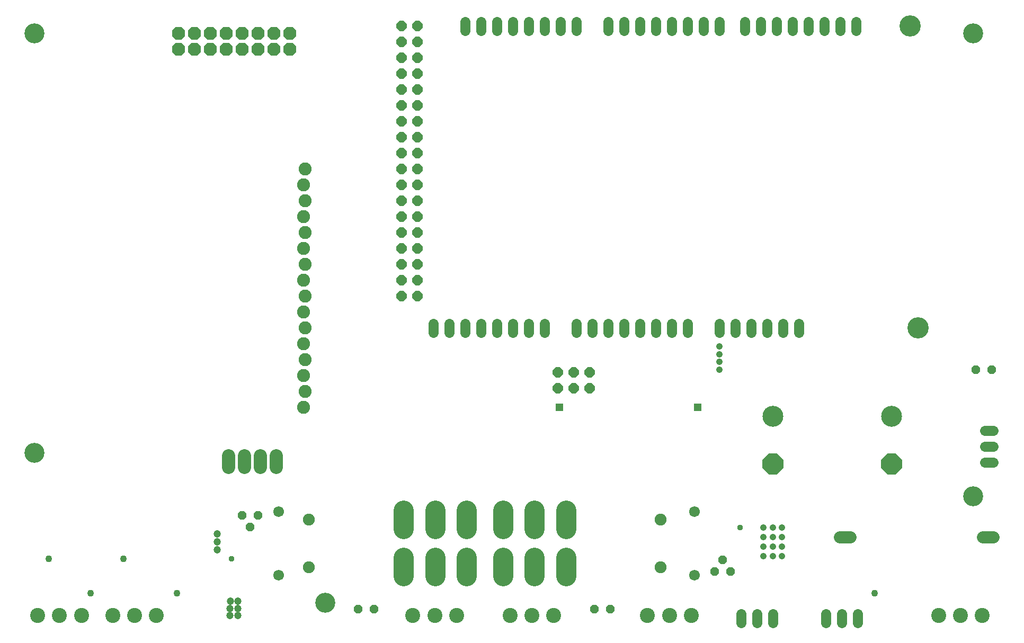
<source format=gbs>
G75*
G70*
%OFA0B0*%
%FSLAX24Y24*%
%IPPOS*%
%LPD*%
%AMOC8*
5,1,8,0,0,1.08239X$1,22.5*
%
%ADD10C,0.1339*%
%ADD11C,0.1260*%
%ADD12OC8,0.0636*%
%ADD13C,0.0636*%
%ADD14C,0.0676*%
%ADD15OC8,0.0556*%
%ADD16C,0.1260*%
%ADD17C,0.0748*%
%ADD18C,0.0945*%
%ADD19OC8,0.1319*%
%ADD20C,0.1319*%
%ADD21C,0.0756*%
%ADD22OC8,0.0819*%
%ADD23C,0.0819*%
%ADD24C,0.0819*%
%ADD25R,0.0472X0.0472*%
%ADD26C,0.0413*%
%ADD27C,0.0433*%
%ADD28C,0.0472*%
%ADD29C,0.0374*%
D10*
X058715Y020670D03*
X058215Y039670D03*
D11*
X062168Y039197D03*
X062168Y010064D03*
X021420Y003371D03*
X003113Y012819D03*
X003113Y039197D03*
D12*
X026215Y039670D03*
X027215Y039670D03*
X027215Y038670D03*
X026215Y038670D03*
X026215Y037670D03*
X027215Y037670D03*
X027215Y036670D03*
X026215Y036670D03*
X026215Y035670D03*
X027215Y035670D03*
X027215Y034670D03*
X026215Y034670D03*
X026215Y033670D03*
X027215Y033670D03*
X027215Y032670D03*
X026215Y032670D03*
X026215Y031670D03*
X027215Y031670D03*
X027215Y030670D03*
X026215Y030670D03*
X026215Y029670D03*
X027215Y029670D03*
X027215Y028670D03*
X026215Y028670D03*
X026215Y027670D03*
X027215Y027670D03*
X027215Y026670D03*
X026215Y026670D03*
X026215Y025670D03*
X027215Y025670D03*
X027215Y024670D03*
X026215Y024670D03*
X026215Y023670D03*
X027215Y023670D03*
X027215Y022670D03*
X026215Y022670D03*
X036034Y017868D03*
X037034Y017868D03*
X038034Y017868D03*
X038034Y016868D03*
X037034Y016868D03*
X036034Y016868D03*
D13*
X035215Y020391D02*
X035215Y020949D01*
X034215Y020949D02*
X034215Y020391D01*
X033215Y020391D02*
X033215Y020949D01*
X032215Y020949D02*
X032215Y020391D01*
X031215Y020391D02*
X031215Y020949D01*
X030215Y020949D02*
X030215Y020391D01*
X029215Y020391D02*
X029215Y020949D01*
X028215Y020949D02*
X028215Y020391D01*
X037215Y020391D02*
X037215Y020949D01*
X038215Y020949D02*
X038215Y020391D01*
X039215Y020391D02*
X039215Y020949D01*
X040215Y020949D02*
X040215Y020391D01*
X041215Y020391D02*
X041215Y020949D01*
X042215Y020949D02*
X042215Y020391D01*
X043215Y020391D02*
X043215Y020949D01*
X044215Y020949D02*
X044215Y020391D01*
X046215Y020391D02*
X046215Y020949D01*
X047215Y020949D02*
X047215Y020391D01*
X048215Y020391D02*
X048215Y020949D01*
X049215Y020949D02*
X049215Y020391D01*
X050215Y020391D02*
X050215Y020949D01*
X051215Y020949D02*
X051215Y020391D01*
X062907Y014213D02*
X063464Y014213D01*
X063464Y013213D02*
X062907Y013213D01*
X062907Y012213D02*
X063464Y012213D01*
X054900Y002681D02*
X054900Y002123D01*
X053900Y002123D02*
X053900Y002681D01*
X052900Y002681D02*
X052900Y002123D01*
X049585Y002123D02*
X049585Y002681D01*
X048585Y002681D02*
X048585Y002123D01*
X047585Y002123D02*
X047585Y002681D01*
X047815Y039391D02*
X047815Y039949D01*
X048815Y039949D02*
X048815Y039391D01*
X049815Y039391D02*
X049815Y039949D01*
X050815Y039949D02*
X050815Y039391D01*
X051815Y039391D02*
X051815Y039949D01*
X052815Y039949D02*
X052815Y039391D01*
X053815Y039391D02*
X053815Y039949D01*
X054815Y039949D02*
X054815Y039391D01*
X046215Y039391D02*
X046215Y039949D01*
X045215Y039949D02*
X045215Y039391D01*
X044215Y039391D02*
X044215Y039949D01*
X043215Y039949D02*
X043215Y039391D01*
X042215Y039391D02*
X042215Y039949D01*
X041215Y039949D02*
X041215Y039391D01*
X040215Y039391D02*
X040215Y039949D01*
X039215Y039949D02*
X039215Y039391D01*
X037215Y039391D02*
X037215Y039949D01*
X036215Y039949D02*
X036215Y039391D01*
X035215Y039391D02*
X035215Y039949D01*
X034215Y039949D02*
X034215Y039391D01*
X033215Y039391D02*
X033215Y039949D01*
X032215Y039949D02*
X032215Y039391D01*
X031215Y039391D02*
X031215Y039949D01*
X030215Y039949D02*
X030215Y039391D01*
D14*
X018467Y009111D03*
X018467Y005111D03*
X044648Y005111D03*
X044648Y009111D03*
D15*
X046420Y006089D03*
X046920Y005339D03*
X045920Y005339D03*
X039341Y002977D03*
X038341Y002977D03*
X024479Y002977D03*
X023479Y002977D03*
X016695Y008132D03*
X016195Y008882D03*
X017195Y008882D03*
X062357Y018036D03*
X063357Y018036D03*
D16*
X036569Y009189D02*
X036569Y008008D01*
X034585Y008008D02*
X034585Y009189D01*
X032601Y009189D02*
X032601Y008008D01*
X030317Y008008D02*
X030317Y009189D01*
X028333Y009189D02*
X028333Y008008D01*
X026349Y008008D02*
X026349Y009189D01*
X026349Y006213D02*
X026349Y005032D01*
X028333Y005032D02*
X028333Y006213D01*
X030317Y006213D02*
X030317Y005032D01*
X032601Y005032D02*
X032601Y006213D01*
X034585Y006213D02*
X034585Y005032D01*
X036569Y005032D02*
X036569Y006213D01*
D17*
X042522Y005623D03*
X042522Y008599D03*
X020396Y008599D03*
X020396Y005623D03*
D18*
X003310Y002583D03*
X004688Y002583D03*
X006066Y002583D03*
X008034Y002583D03*
X009412Y002583D03*
X010790Y002583D03*
X026932Y002583D03*
X028310Y002583D03*
X029688Y002583D03*
X033034Y002583D03*
X034412Y002583D03*
X035790Y002583D03*
X041695Y002583D03*
X043073Y002583D03*
X044451Y002583D03*
X060003Y002583D03*
X061380Y002583D03*
X062758Y002583D03*
D19*
X057050Y012107D03*
X049569Y012107D03*
D20*
X049569Y015107D03*
X057050Y015107D03*
D21*
X054463Y007504D02*
X053786Y007504D01*
X062786Y007504D02*
X063463Y007504D01*
D22*
X019168Y038213D03*
X018168Y038213D03*
X018168Y039213D03*
X019168Y039213D03*
X017168Y039213D03*
X016168Y039213D03*
X016168Y038213D03*
X017168Y038213D03*
X015168Y038213D03*
X014168Y038213D03*
X014168Y039213D03*
X015168Y039213D03*
X013168Y039213D03*
X012168Y039213D03*
X012168Y038213D03*
X013168Y038213D03*
D23*
X015317Y012648D02*
X015317Y011908D01*
X016317Y011908D02*
X016317Y012648D01*
X017317Y012648D02*
X017317Y011908D01*
X018317Y011908D02*
X018317Y012648D01*
D24*
X020041Y015674D03*
X020141Y016674D03*
X020041Y017674D03*
X020141Y018674D03*
X020041Y019674D03*
X020141Y020674D03*
X020041Y021674D03*
X020141Y022674D03*
X020041Y023674D03*
X020141Y024674D03*
X020041Y025674D03*
X020141Y026674D03*
X020041Y027674D03*
X020141Y028674D03*
X020041Y029674D03*
X020141Y030674D03*
D25*
X036134Y015674D03*
X044845Y015674D03*
D26*
X046223Y018036D03*
X046223Y018528D03*
X046223Y019020D03*
X046223Y019512D03*
X048979Y008095D03*
X049569Y008095D03*
X049569Y007504D03*
X048979Y007504D03*
X048979Y006914D03*
X049569Y006914D03*
X049569Y006323D03*
X048979Y006323D03*
X050160Y006323D03*
X050160Y006914D03*
X050160Y007504D03*
X050160Y008095D03*
D27*
X055967Y003961D03*
X012069Y003961D03*
X008723Y006127D03*
X006656Y003961D03*
X003999Y006127D03*
D28*
X014629Y006717D03*
X014629Y007209D03*
X014629Y007701D03*
X015436Y003469D03*
X015416Y003016D03*
X015416Y002564D03*
X015928Y002564D03*
X015928Y003016D03*
X015928Y003469D03*
D29*
X015514Y006127D03*
X047503Y008095D03*
M02*

</source>
